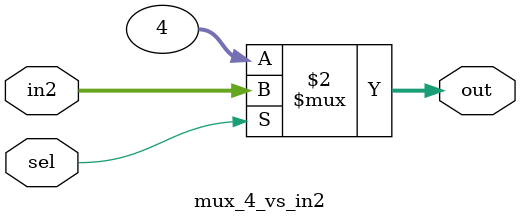
<source format=v>
module mux_4_vs_in2 (
    input [31:0] in2,
    input sel,
    output [31:0] out
);
    assign out = (sel == 1'b0) ? 4 : in2;
endmodule
</source>
